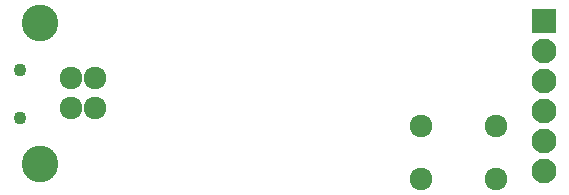
<source format=gbr>
G04 #@! TF.GenerationSoftware,KiCad,Pcbnew,5.0.0-fee4fd1~65~ubuntu17.10.1*
G04 #@! TF.CreationDate,2018-12-23T17:35:25+00:00*
G04 #@! TF.ProjectId,Programmer Using CH340G,50726F6772616D6D6572205573696E67,rev?*
G04 #@! TF.SameCoordinates,Original*
G04 #@! TF.FileFunction,Soldermask,Bot*
G04 #@! TF.FilePolarity,Negative*
%FSLAX46Y46*%
G04 Gerber Fmt 4.6, Leading zero omitted, Abs format (unit mm)*
G04 Created by KiCad (PCBNEW 5.0.0-fee4fd1~65~ubuntu17.10.1) date Sun Dec 23 17:35:25 2018*
%MOMM*%
%LPD*%
G01*
G04 APERTURE LIST*
%ADD10C,1.100000*%
%ADD11C,2.100000*%
%ADD12R,2.100000X2.100000*%
%ADD13C,3.100000*%
%ADD14C,1.920000*%
%ADD15C,1.924000*%
G04 APERTURE END LIST*
D10*
G04 #@! TO.C,J1*
X88519000Y-50863500D03*
X88519000Y-46799500D03*
G04 #@! TD*
D11*
G04 #@! TO.C,J2*
X132842000Y-55372000D03*
X132842000Y-52832000D03*
X132842000Y-50292000D03*
X132842000Y-47752000D03*
X132842000Y-45212000D03*
D12*
X132842000Y-42672000D03*
G04 #@! TD*
D13*
G04 #@! TO.C,J3*
X90169000Y-54768000D03*
X90169000Y-42768000D03*
D14*
X92869000Y-47498000D03*
X92869000Y-50038000D03*
X94869000Y-50038000D03*
X94869000Y-47498000D03*
G04 #@! TD*
D15*
G04 #@! TO.C,SW1*
X128778000Y-51562000D03*
X128778000Y-56007000D03*
X122428000Y-51562000D03*
X122428000Y-56007000D03*
G04 #@! TD*
M02*

</source>
